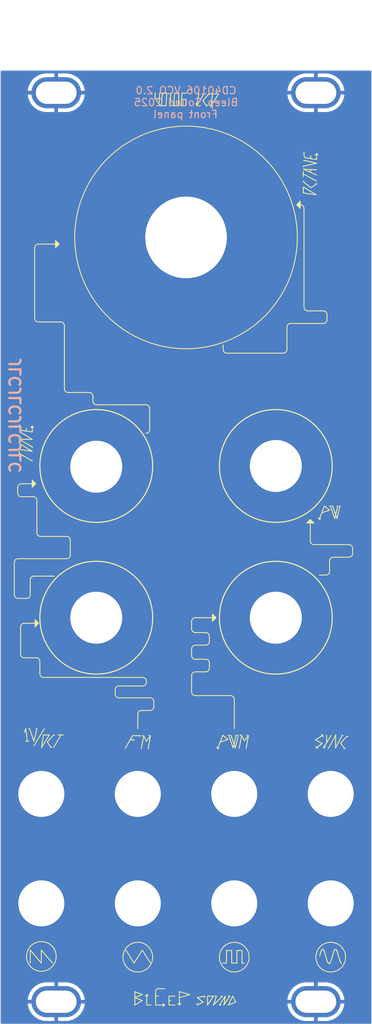
<source format=kicad_pcb>
(kicad_pcb (version 20241229) (generator "pcbnew") (generator_version "9.0")
  (layers (0 "F.Cu" signal) (2 "B.Cu" signal) (13 "F.Paste" user) (15 "B.Paste" user) (5 "F.SilkS" user "F.Silkscreen") (7 "B.SilkS" user "B.Silkscreen") (1 "F.Mask" user) (3 "B.Mask" user) (25 "Edge.Cuts" user))
  (net 0 "")
  (net 1 "GND")
  (footprint "Kicad-perso:Doepfer Mounting hole" (layer "F.Cu") (at 184.5 30.5)
    (property "Reference" "H3" (hide yes))
    (property "Value" "MountingHole_Pad")
    (pad "1" thru_hole oval (at 0 0) (size 6.7 4.2) (drill oval 5.5 3) (layers "*.Cu" "*.Mask") (net 1 "GND"))
  )
  (footprint "Kicad-perso:Doepfer Mounting hole" (layer "F.Cu") (at 219.5 30.5)
    (property "Reference" "H4" (hide yes))
    (property "Value" "MountingHole_Pad")
    (pad "1" thru_hole oval (at 0 0) (size 6.7 4.2) (drill oval 5.5 3) (layers "*.Cu" "*.Mask") (net 1 "GND"))
  )
  (footprint "Kicad-perso:Doepfer Mounting hole" (layer "F.Cu") (at 219.5 153)
    (property "Reference" "H5" (hide yes))
    (property "Value" "MountingHole_Pad")
    (pad "1" thru_hole oval (at 0 0) (size 6.7 4.2) (drill oval 5.5 3) (layers "*.Cu" "*.Mask") (net 1 "GND"))
  )
  (footprint "Kicad-perso:Doepfer Mounting hole" (layer "F.Cu") (at 184.5 153)
    (property "Reference" "H6" (hide yes))
    (property "Value" "MountingHole_Pad")
    (pad "1" thru_hole oval (at 0 0) (size 6.7 4.2) (drill oval 5.5 3) (layers "*.Cu" "*.Mask") (net 1 "GND"))
  )
  (footprint "LOGO" (layer "F.Cu") (at 221.5 147)
    (property "Reference" "G***" (hide yes))
    (property "Value" "LOGO" (hide yes))
  )
  (gr_line (start 196.100001 152.05) (end 195.100001 151.65) (stroke (width 0.12)) (layer "F.SilkS"))
  (gr_line (start 200.900001 153.25) (end 201.100001 153.45) (stroke (width 0.12)) (layer "F.SilkS"))
  (gr_line (start 205.700001 152.25) (end 204.900001 152.25) (stroke (width 0.12)) (layer "F.SilkS"))
  (gr_line (start 208.300001 152.25) (end 208.700001 153.05) (stroke (width 0.12)) (layer "F.SilkS"))
  (gr_arc (start 223.95 91.4) (mid 224.303531 91.546469) (end 224.45 91.9) (stroke (width 0.12)) (layer "F.SilkS"))
  (gr_arc (start 221.35 93.6) (mid 221.496469 93.246469) (end 221.85 93.1) (stroke (width 0.12)) (layer "F.SilkS"))
  (gr_line (start 208.15 147.8) (end 208.85 147.8) (stroke (width 0.12)) (layer "F.SilkS"))
  (gr_line (start 199.4 30.55) (end 199.3 32.25) (stroke (width 0.12)) (layer "F.SilkS"))
  (gr_line (start 184.15 117.05) (end 183.3 118) (stroke (width 0.12)) (layer "F.SilkS"))
  (gr_line (start 205.075 30.65) (end 204.275 31.55) (stroke (width 0.12)) (layer "F.SilkS"))
  (gr_arc (start 181.796469 106.65) (mid 182.149999 106.79647) (end 182.296469 107.15) (stroke (width 0.12)) (layer "F.SilkS"))
  (gr_line (start 199.85 32.25) (end 199.95 30.55) (stroke (width 0.12)) (layer "F.SilkS"))
  (gr_line (start 183.8 118.75) (end 183.9 118.65) (stroke (width 0.12)) (layer "F.SilkS"))
  (gr_line (start 197.8 31.3) (end 198.4 31.3) (stroke (width 0.12)) (layer "F.SilkS"))
  (gr_line (start 217.8 41.799998) (end 217.8 41.1) (stroke (width 0.12)) (layer "F.SilkS"))
  (gr_line (start 217.8 44) (end 217.8 43.199999) (stroke (width 0.12)) (layer "F.SilkS"))
  (gr_line (start 205.075 30.65) (end 205.175 30.75) (stroke (width 0.12)) (layer "F.SilkS"))
  (gr_line (start 197.15 113.75) (end 196 113.75) (stroke (width 0.12)) (layer "F.SilkS"))
  (gr_arc (start 221.35 95) (mid 221.203531 95.353531) (end 220.85 95.5) (stroke (width 0.12)) (layer "F.SilkS"))
  (gr_line (start 201.100001 153.45) (end 201.100001 153.25) (stroke (width 0.12)) (layer "F.SilkS"))
  (gr_line (start 207 64.5) (end 207 65.1) (stroke (width 0.12)) (layer "F.SilkS"))
  (gr_arc (start 203.25 111.75) (mid 202.896469 111.603531) (end 202.75 111.25) (stroke (width 0.12)) (layer "F.SilkS"))
  (gr_line (start 202.500001 152.05) (end 201.100001 152.45) (stroke (width 0.12)) (layer "F.SilkS"))
  (gr_line (start 209.5 117.15) (end 209.3 117.05) (stroke (width 0.12)) (layer "F.SilkS"))
  (gr_line (start 218.8 40.9) (end 218.8 41.199999) (stroke (width 0.12)) (layer "F.SilkS"))
  (gr_line (start 219.55 44.25) (end 217.8 44) (stroke (width 0.12)) (layer "F.SilkS"))
  (gr_line (start 205.15 104.45) (end 205.15 103.75) (stroke (width 0.12)) (layer "F.SilkS"))
  (gr_arc (start 220.5 59.9) (mid 220.853524 60.046476) (end 221 60.4) (stroke (width 0.12)) (layer "F.SilkS"))
  (gr_line (start 182.4 90.3) (end 185.894704 90.296469) (stroke (width 0.12)) (layer "F.SilkS"))
  (gr_line (start 182.5 146.05) (end 184 147.8) (stroke (width 0.12)) (layer "F.SilkS"))
  (gr_line (start 178.85 93.8) (end 178.851765 98.15) (stroke (width 0.12)) (layer "F.SilkS"))
  (gr_line (start 209.5 117.15) (end 209.15 118.85) (stroke (width 0.12)) (layer "F.SilkS"))
  (gr_line (start 207.65 117.65) (end 206.65 118) (stroke (width 0.12)) (layer "F.SilkS"))
  (gr_line (start 185.103553 61.4) (end 182.103553 61.4) (stroke (width 0.12)) (layer "F.SilkS"))
  (gr_poly (pts (xy 216.9 45.6) (xy 217.4 45.1) (xy 217.4 46.1)) (stroke (width 0.1)) (fill yes) (layer "F.SilkS"))
  (gr_line (start 222.05 87.9) (end 222.45 86.2) (stroke (width 0.12)) (layer "F.SilkS"))
  (gr_line (start 220.55 118.8) (end 220.55 118.6) (stroke (width 0.12)) (layer "F.SilkS"))
  (gr_arc (start 202.75 101.75) (mid 202.896423 101.396423) (end 203.25 101.25) (stroke (width 0.12)) (layer "F.SilkS"))
  (gr_line (start 184.403553 50.9) (end 182.103553 50.9) (stroke (width 0.12)) (layer "F.SilkS"))
  (gr_line (start 179.7 102.503531) (end 179.701765 106.144703) (stroke (width 0.12)) (layer "F.SilkS"))
  (gr_line (start 215.6 62.1) (end 215.6 65.1) (stroke (width 0.12)) (layer "F.SilkS"))
  (gr_arc (start 197.65 113.25) (mid 197.503531 113.603531) (end 197.15 113.75) (stroke (width 0.12)) (layer "F.SilkS"))
  (gr_line (start 207.300001 152.25) (end 206.500001 153.45) (stroke (width 0.12)) (layer "F.SilkS"))
  (gr_line (start 198.300001 151.25) (end 199.100001 151.25) (stroke (width 0.12)) (layer "F.SilkS"))
  (gr_line (start 204.775 32.3) (end 204.875 32.15) (stroke (width 0.12)) (layer "F.SilkS"))
  (gr_line (start 209.55 146.1) (end 209.55 147.8) (stroke (width 0.12)) (layer "F.SilkS"))
  (gr_line (start 181.255297 83.196469) (end 179.805297 83.2) (stroke (width 0.12)) (layer "F.SilkS"))
  (gr_line (start 186.103553 70.9) (end 188.95 70.9) (stroke (width 0.12)) (layer "F.SilkS"))
  (gr_line (start 202.753531 105.453531) (end 202.748234 106.348234) (stroke (width 0.12)) (layer "F.SilkS"))
  (gr_line (start 186.394704 90.796469) (end 186.396469 92.796469) (stroke (width 0.12)) (layer "F.SilkS"))
  (gr_line (start 203.425 32.3) (end 204.425 30.6) (stroke (width 0.12)) (layer "F.SilkS"))
  (gr_line (start 184.75 117.05) (end 185.45 117.05) (stroke (width 0.12)) (layer "F.SilkS"))
  (gr_line (start 207.900001 152.25) (end 207.700001 152.25) (stroke (width 0.12)) (layer "F.SilkS"))
  (gr_line (start 220.65 86.2) (end 219.95 88) (stroke (width 0.12)) (layer "F.SilkS"))
  (gr_line (start 181.5 118.5) (end 182.9 116.2) (stroke (width 0.12)) (layer "F.SilkS"))
  (gr_line (start 218.75 90.9) (end 218.75 88.45) (stroke (width 0.12)) (layer "F.SilkS"))
  (gr_arc (start 189.95 72.55) (mid 189.596469 72.403531) (end 189.45 72.05) (stroke (width 0.12)) (layer "F.SilkS"))
  (gr_line (start 192.95 110.45) (end 196.146469 110.453531) (stroke (width 0.12)) (layer "F.SilkS"))
  (gr_line (start 223.15 117.1) (end 223.05 117.1) (stroke (width 0.12)) (layer "F.SilkS"))
  (gr_line (start 179.525 77.2) (end 181.275 78.25) (stroke (width 0.12)) (layer "F.SilkS"))
  (gr_arc (start 195.5 114.25) (mid 195.646423 113.896423) (end 196 113.75) (stroke (width 0.12)) (layer "F.SilkS"))
  (gr_line (start 207.100001 153.45) (end 207.900001 152.25) (stroke (width 0.12)) (layer "F.SilkS"))
  (gr_line (start 196.700001 153.45) (end 197.300001 153.45) (stroke (width 0.12)) (layer "F.SilkS"))
  (gr_line (start 217.8 42.5) (end 218.85 43.3) (stroke (width 0.12)) (layer "F.SilkS"))
  (gr_line (start 221.45 86.2) (end 221.35 86.2) (stroke (width 0.12)) (layer "F.SilkS"))
  (gr_line (start 222.85 118.15) (end 223.35 118.9) (stroke (width 0.12)) (layer "F.SilkS"))
  (gr_arc (start 224.45 92.6) (mid 224.303531 92.953531) (end 223.95 93.1) (stroke (width 0.12)) (layer "F.SilkS"))
  (gr_line (start 208.15 146.1) (end 208.15 147.8) (stroke (width 0.12)) (layer "F.SilkS"))
  (gr_line (start 181.898235 85.45) (end 181.9 89.8) (stroke (width 0.12)) (layer "F.SilkS"))
  (gr_line (start 203.25 103.25) (end 204.65 103.25) (stroke (width 0.12)) (layer "F.SilkS"))
  (gr_circle (center 189.9 80.8) (end 197.5 80.8) (stroke (width 0.15)) (fill no) (layer "F.SilkS"))
  (gr_line (start 219.45 117.7) (end 220.35 118.2) (stroke (width 0.12)) (layer "F.SilkS"))
  (gr_line (start 219.6 42.799999) (end 219.5 42.699999) (stroke (width 0.12)) (layer "F.SilkS"))
  (gr_circle (center 195.5 147) (end 197.5 147) (stroke (width 0.12)) (fill no) (layer "F.SilkS"))
  (gr_line (start 199.700001 152.25) (end 200.500001 152.25) (stroke (width 0.12)) (layer "F.SilkS"))
  (gr_line (start 220.45 117.1) (end 220.25 117) (stroke (width 0.12)) (layer "F.SilkS"))
  (gr_arc (start 179.305297 83.7) (mid 179.451756 83.346457) (end 179.805297 83.2) (stroke (width 0.12)) (layer "F.SilkS"))
  (gr_arc (start 181.398235 84.95) (mid 181.751779 85.096465) (end 181.898235 85.45) (stroke (width 0.12)) (layer "F.SilkS"))
  (gr_line (start 207.45 146.1) (end 208.15 146.1) (stroke (width 0.12)) (layer "F.SilkS"))
  (gr_line (start 208.300001 152.25) (end 207.700001 153.45) (stroke (width 0.12)) (layer "F.SilkS"))
  (gr_line (start 207.75 117.1) (end 208.35 118.8) (stroke (width 0.12)) (layer "F.SilkS"))
  (gr_line (start 220.55 118.8) (end 220.75 118.7) (stroke (width 0.12)) (layer "F.SilkS"))
  (gr_line (start 207.45 147.8) (end 207.45 146.1) (stroke (width 0.12)) (layer "F.SilkS"))
  (gr_poly (pts (xy 206.05 101.25) (xy 205.55 101.75) (xy 205.55 100.75)) (stroke (width 0.1)) (fill yes) (layer "F.SilkS"))
  (gr_line (start 219.95 88) (end 219.85 87.8) (stroke (width 0.12)) (layer "F.SilkS"))
  (gr_line (start 219.599999 38.699999) (end 219.4 38.899999) (stroke (width 0.12)) (layer "F.SilkS"))
  (gr_line (start 209.55 147.8) (end 209.85 147.8) (stroke (width 0.12)) (layer "F.SilkS"))
  (gr_arc (start 215.6 65.1) (mid 215.45355 65.45355) (end 215.1 65.6) (stroke (width 0.12)) (layer "F.SilkS"))
  (gr_line (start 220.65 86.2) (end 221.35 86.75) (stroke (width 0.12)) (layer "F.SilkS"))
  (gr_line (start 206.375 30.65) (end 205.325 32.4) (stroke (width 0.12)) (layer "F.SilkS"))
  (gr_line (start 202.75 101.75) (end 202.747351 102.747351) (stroke (width 0.12)) (layer "F.SilkS"))
  (gr_line (start 182.8 109.296469) (end 196.146469 109.3) (stroke (width 0.12)) (layer "F.SilkS"))
  (gr_line (start 183.3 118) (end 183.8 118.75) (stroke (width 0.12)) (layer "F.SilkS"))
  (gr_line (start 208.85 146.1) (end 209.55 146.1) (stroke (width 0.12)) (layer "F.SilkS"))
  (gr_line (start 199.3 32.25) (end 198.7 32.25) (stroke (width 0.12)) (layer "F.SilkS"))
  (gr_arc (start 221 61.1) (mid 220.853524 61.453524) (end 220.5 61.6) (stroke (width 0.12)) (layer "F.SilkS"))
  (gr_arc (start 205.15 108.05) (mid 205.003531 108.403531) (end 204.65 108.55) (stroke (width 0.12)) (layer "F.SilkS"))
  (gr_line (start 222.175 117.05) (end 221.25 118.8) (stroke (width 0.12)) (layer "F.SilkS"))
  (gr_arc (start 185.894704 90.296469) (mid 186.248235 90.442938) (end 186.394704 90.796469) (stroke (width 0.12)) (layer "F.SilkS"))
  (gr_arc (start 203.25 103.25) (mid 202.896469 103.103531) (end 202.75 102.75) (stroke (width 0.12)) (layer "F.SilkS"))
  (gr_line (start 180.4 116.2) (end 180.2 116.7) (stroke (width 0.12)) (layer "F.SilkS"))
  (gr_line (start 196.700001 152.05) (end 196.700001 153.45) (stroke (width 0.12)) (layer "F.SilkS"))
  (gr_line (start 185.15 117.05) (end 184.15 118.75) (stroke (width 0.12)) (layer "F.SilkS"))
  (gr_line (start 198.4 31.3) (end 198.35 32.25) (stroke (width 0.12)) (layer "F.SilkS"))
  (gr_line (start 207.5 65.6) (end 215.1 65.6) (stroke (width 0.12)) (layer "F.SilkS"))
  (gr_line (start 219.599999 38.699999) (end 219.799998 38.9) (stroke (width 0.12)) (layer "F.SilkS"))
  (gr_line (start 222.55 93.1) (end 221.85 93.1) (stroke (width 0.12)) (layer "F.SilkS"))
  (gr_arc (start 181.001765 98.15) (mid 180.855296 98.503531) (end 180.501765 98.65) (stroke (width 0.12)) (layer "F.SilkS"))
  (gr_arc (start 207.5 65.6) (mid 207.14645 65.45355) (end 207 65.1) (stroke (width 0.12)) (layer "F.SilkS"))
  (gr_line (start 205.325 32.4) (end 205.575 30.65) (stroke (width 0.12)) (layer "F.SilkS"))
  (gr_line (start 218.8 39.299999) (end 218.8 38.999999) (stroke (width 0.12)) (layer "F.SilkS"))
  (gr_line (start 203.25 106.85) (end 204.65 106.85) (stroke (width 0.12)) (layer "F.SilkS"))
  (gr_line (start 180.2 106.65) (end 181.796469 106.65) (stroke (width 0.12)) (layer "F.SilkS"))
  (gr_line (start 217.8 40.399999) (end 219.6 39.999999) (stroke (width 0.12)) (layer "F.SilkS"))
  (gr_line (start 200.95 32.25) (end 200.35 32.25) (stroke (width 0.12)) (layer "F.SilkS"))
  (gr_line (start 202 31.4) (end 201.95 32.25) (stroke (width 0.12)) (layer "F.SilkS"))
  (gr_arc (start 179.351765 98.65) (mid 178.998234 98.503531) (end 178.851765 98.15) (stroke (width 0.12)) (layer "F.SilkS"))
  (gr_line (start 197.900001 151.65) (end 197.900001 153.45) (stroke (width 0.12)) (layer "F.SilkS"))
  (gr_arc (start 197.1 75.9) (mid 196.953553 76.253553) (end 196.6 76.4) (stroke (width 0.12)) (layer "F.SilkS"))
  (gr_line (start 181.275 76.225) (end 181.275 75.525) (stroke (width 0.12)) (layer "F.SilkS"))
  (gr_line (start 180.9 116.2) (end 180.8 116.2) (stroke (width 0.12)) (layer "F.SilkS"))
  (gr_line (start 207.45 147.8) (end 206.95 147.8) (stroke (width 0.12)) (layer "F.SilkS"))
  (gr_arc (start 204.65 106.85) (mid 205.003531 106.996469) (end 205.15 107.35) (stroke (width 0.12)) (layer "F.SilkS"))
  (gr_arc (start 179.805297 84.946469) (mid 179.451766 84.8) (end 179.305297 84.446469) (stroke (width 0.12)) (layer "F.SilkS"))
  (gr_line (start 197.2 117.2) (end 196.65 117.9) (stroke (width 0.12)) (layer "F.SilkS"))
  (gr_line (start 205.700001 153.45) (end 206.900001 152.25) (stroke (width 0.12)) (layer "F.SilkS"))
  (gr_line (start 196.65 117.9) (end 196.3 117.2) (stroke (width 0.12)) (layer "F.SilkS"))
  (gr_line (start 217.8 42.5) (end 217.9 42.399999) (stroke (width 0.12)) (layer "F.SilkS"))
  (gr_line (start 203.500001 152.45) (end 204.300001 153.05) (stroke (width 0.12)) (layer "F.SilkS"))
  (gr_line (start 182.525 118.75) (end 182.775 117.05) (stroke (width 0.12)) (layer "F.SilkS"))
  (gr_line (start 180.4 117.9) (end 180.8 117.9) (stroke (width 0.12)) (layer "F.SilkS"))
  (gr_line (start 181 96.15) (end 181.001765 98.15) (stroke (width 0.12)) (layer "F.SilkS"))
  (gr_line (start 209.85 117.85) (end 209.5 117.15) (stroke (width 0.12)) (layer "F.SilkS"))
  (gr_line (start 224.45 92.6) (end 224.45 91.9) (stroke (width 0.12)) (layer "F.SilkS"))
  (gr_line (start 208.65 118.8) (end 209.05 117.1) (stroke (width 0.12)) (layer "F.SilkS"))
  (gr_line (start 206.500001 153.45) (end 206.700001 153.45) (stroke (width 0.12)) (layer "F.SilkS"))
  (gr_line (start 223.35 118.9) (end 223.45 118.8) (stroke (width 0.12)) (layer "F.SilkS"))
  (gr_arc (start 188.95 70.9) (mid 189.303553 71.046447) (end 189.45 71.4) (stroke (width 0.12)) (layer "F.SilkS"))
  (gr_line (start 179.575 76.175) (end 181.275 77.225) (stroke (width 0.12)) (layer "F.SilkS"))
  (gr_line (start 217.9 59.4) (end 217.9 46.1) (stroke (width 0.12)) (layer "F.SilkS"))
  (gr_arc (start 196.146469 109.3) (mid 196.499999 109.44647) (end 196.646469 109.8) (stroke (width 0.12)) (layer "F.SilkS"))
  (gr_line (start 206.900001 152.25) (end 206.700001 152.25) (stroke (width 0.12)) (layer "F.SilkS"))
  (gr_line (start 221.75 86.2) (end 222.35 87.9) (stroke (width 0.12)) (layer "F.SilkS"))
  (gr_arc (start 182.4 90.3) (mid 182.046469 90.153531) (end 181.9 89.8) (stroke (width 0.12)) (layer "F.SilkS"))
  (gr_line (start 201.100001 153.45) (end 201.300001 153.25) (stroke (width 0.12)) (layer "F.SilkS"))
  (gr_line (start 203.25 108.55) (end 204.65 108.55) (stroke (width 0.12)) (layer "F.SilkS"))
  (gr_line (start 201.95 32.25) (end 201.35 32.25) (stroke (width 0.12)) (layer "F.SilkS"))
  (gr_line (start 181.9 116.2) (end 181.8 116.2) (stroke (width 0.12)) (layer "F.SilkS"))
  (gr_line (start 196.3 117.2) (end 195.95 118.9) (stroke (width 0.12)) (layer "F.SilkS"))
  (gr_line (start 200.45 30.55) (end 201.05 30.55) (stroke (width 0.12)) (layer "F.SilkS"))
  (gr_line (start 223.7 117.2) (end 223.8 117.3) (stroke (width 0.12)) (layer "F.SilkS"))
  (gr_line (start 201.05 30.55) (end 200.95 32.25) (stroke (width 0.12)) (layer "F.SilkS"))
  (gr_line (start 182.296469 107.15) (end 182.3 108.796469) (stroke (width 0.12)) (layer "F.SilkS"))
  (gr_line (start 184.15 117.05) (end 184.25 117.15) (stroke (width 0.12)) (layer "F.SilkS"))
  (gr_line (start 222.75 86.2) (end 222.65 86.2) (stroke (width 0.12)) (layer "F.SilkS"))
  (gr_line (start 195.5 114.25) (end 195.5 116.2) (stroke (width 0.12)) (layer "F.SilkS"))
  (gr_line (start 189.45 71.4) (end 189.45 72.05) (stroke (width 0.12)) (layer "F.SilkS"))
  (gr_line (start 181.275 75.425) (end 181.475 75.625) (stroke (width 0.12)) (layer "F.SilkS"))
  (gr_line (start 179.575 76.175) (end 179.575 76.275) (stroke (width 0.12)) (layer "F.SilkS"))
  (gr_line (start 196.700001 152.05) (end 196.900001 152.25) (stroke (width 0.12)) (layer "F.SilkS"))
  (gr_line (start 195.100001 151.65) (end 195.100001 153.45) (stroke (width 0.12)) (layer "F.SilkS"))
  (gr_line (start 183.575 117.05) (end 182.525 118.75) (stroke (width 0.12)) (layer "F.SilkS"))
  (gr_line (start 195.100001 153.45) (end 196.100001 152.85) (stroke (width 0.12)) (layer "F.SilkS"))
  (gr_arc (start 202.753531 105.453531) (mid 202.9 105.1) (end 203.253531 104.953531) (stroke (width 0.12)) (layer "F.SilkS"))
  (gr_arc (start 182.103553 61.4) (mid 181.750029 61.253537) (end 181.603553 60.9) (stroke (width 0.12)) (layer "F.SilkS"))
  (gr_arc (start 179.975 76.025) (mid 179.692157 75.907843) (end 179.575 75.625) (stroke (width 0.12)) (layer "F.SilkS"))
  (gr_line (start 218.4 59.9) (end 220.5 59.9) (stroke (width 0.12)) (layer "F.SilkS"))
  (gr_arc (start 185.103553 61.4) (mid 185.457136 61.54643) (end 185.603553 61.9) (stroke (width 0.12)) (layer "F.SilkS"))
  (gr_arc (start 181.603553 51.4) (mid 181.749997 51.04643) (end 182.103553 50.9) (stroke (width 0.12)) (layer "F.SilkS"))
  (gr_line (start 208.85 147.8) (end 208.85 146.1) (stroke (width 0.12)) (layer "F.SilkS"))
  (gr_line (start 193.9 146.05) (end 195 147.8) (stroke (width 0.12)) (layer "F.SilkS"))
  (gr_line (start 222.45 86.2) (end 222.35 86.2) (stroke (width 0.12)) (layer "F.SilkS"))
  (gr_line (start 181.275 78.25) (end 181.275 78.35) (stroke (width 0.12)) (layer "F.SilkS"))
  (gr_line (start 208.05 117.1) (end 208.65 118.8) (stroke (width 0.12)) (layer "F.SilkS"))
  (gr_arc (start 202.753531 109.053531) (mid 202.9 108.7) (end 203.253531 108.553531) (stroke (width 0.12)) (layer "F.SilkS"))
  (gr_line (start 219.55 118.8) (end 219.75 118.8) (stroke (width 0.12)) (layer "F.SilkS"))
  (gr_line (start 196.3 117.2) (end 196.1 117.1) (stroke (width 0.12)) (layer "F.SilkS"))
  (gr_arc (start 203.25 106.85) (mid 202.896469 106.703531) (end 202.75 106.35) (stroke (width 0.12)) (layer "F.SilkS"))
  (gr_line (start 217.8 40.399999) (end 217.8 40.5) (stroke (width 0.12)) (layer "F.SilkS"))
  (gr_line (start 197.85 30.5) (end 197.8 31.3) (stroke (width 0.12)) (layer "F.SilkS"))
  (gr_line (start 207.75 117.1) (end 207.65 117.1) (stroke (width 0.12)) (layer "F.SilkS"))
  (gr_arc (start 197.900001 151.65) (mid 198.017158 151.367158) (end 198.300001 151.25) (stroke (width 0.12)) (layer "F.SilkS"))
  (gr_line (start 217.8 40.8) (end 219.599999 40.899999) (stroke (width 0.12)) (layer "F.SilkS"))
  (gr_line (start 210.4 117.15) (end 210.1 118.85) (stroke (width 0.12)) (layer "F.SilkS"))
  (gr_arc (start 205.15 104.45) (mid 205.00353 104.80353) (end 204.65 104.95) (stroke (width 0.12)) (layer "F.SilkS"))
  (gr_line (start 198.7 32.25) (end 198.8 30.55) (stroke (width 0.12)) (layer "F.SilkS"))
  (gr_line (start 199.700001 153.45) (end 200.500001 153.45) (stroke (width 0.12)) (layer "F.SilkS"))
  (gr_line (start 196.1 146.05) (end 197.2 147.8) (stroke (width 0.12)) (layer "F.SilkS"))
  (gr_line (start 200.35 32.25) (end 200.45 30.55) (stroke (width 0.12)) (layer "F.SilkS"))
  (gr_line (start 203.500001 153.45) (end 203.500001 153.25) (stroke (width 0.12)) (layer "F.SilkS"))
  (gr_circle (center 214.1 101.25) (end 221.7 101.25) (stroke (width 0.15)) (fill no) (layer "F.SilkS"))
  (gr_line (start 179.801766 84.95) (end 181.398235 84.95) (stroke (width 0.12)) (layer "F.SilkS"))
  (gr_line (start 181.275 75.425) (end 181.075 75.625) (stroke (width 0.12)) (layer "F.SilkS"))
  (gr_line (start 221 61.1) (end 221 60.4) (stroke (width 0.12)) (layer "F.SilkS"))
  (gr_line (start 217.9 39.599999) (end 217.9 39.7) (stroke (width 0.12)) (layer "F.SilkS"))
  (gr_line (start 220.95 118.1) (end 220.95 117.1) (stroke (width 0.12)) (layer "F.SilkS"))
  (gr_line (start 206.100001 152.25) (end 205.900001 152.25) (stroke (width 0.12)) (layer "F.SilkS"))
  (gr_line (start 204.275 31.55) (end 204.775 32.3) (stroke (width 0.12)) (layer "F.SilkS"))
  (gr_line (start 199.700001 152.25) (end 199.700001 153.45) (stroke (width 0.12)) (layer "F.SilkS"))
  (gr_line (start 194.9 117.8) (end 195 117.7) (stroke (width 0.12)) (layer "F.SilkS"))
  (gr_line (start 197.900001 153.45) (end 199.100001 153.45) (stroke (width 0.12)) (layer "F.SilkS"))
  (gr_line (start 181.65 102) (end 180.2 102.003531) (stroke (width 0.12)) (layer "F.SilkS"))
  (gr_line (start 198.8 30.55) (end 199.4 30.55) (stroke (width 0.12)) (layer "F.SilkS"))
  (gr_line (start 192.45 110.95) (end 192.451765 111.544703) (stroke (width 0.12)) (layer "F.SilkS"))
  (gr_arc (start 196.6 72.55) (mid 196.953553 72.696447) (end 197.1 73.05) (stroke (width 0.12)) (layer "F.SilkS"))
  (gr_line (start 204.300001 153.05) (end 203.500001 153.45) (stroke (width 0.12)) (layer "F.SilkS"))
  (gr_line (start 196.700001 152.05) (end 196.500001 152.25) (stroke (width 0.12)) (layer "F.SilkS"))
  (gr_line (start 196.1 146.05) (end 195 147.8) (stroke (width 0.12)) (layer "F.SilkS"))
  (gr_line (start 221.45 86.2) (end 222.05 87.9) (stroke (width 0.12)) (layer "F.SilkS"))
  (gr_circle (center 214.1 80.8) (end 221.7 80.8) (stroke (width 0.15)) (fill no) (layer "F.SilkS"))
  (gr_line (start 217.8 40.8) (end 219.6 41.599999) (stroke (width 0.12)) (layer "F.SilkS"))
  (gr_arc (start 181 96.15) (mid 181.146469 95.796469) (end 181.5 95.65) (stroke (width 0.12)) (layer "F.SilkS"))
  (gr_line (start 201.100001 151.65) (end 201.100001 153.45) (stroke (width 0.12)) (layer "F.SilkS"))
  (gr_line (start 180.6 117.9) (end 180.4 116.2) (stroke (width 0.12)) (layer "F.SilkS"))
  (gr_line (start 218.3 39.300001) (end 219.6 39.5) (stroke (width 0.12)) (layer "F.SilkS"))
  (gr_arc (start 180.203531 106.646469) (mid 179.85 106.5) (end 179.703531 106.146469) (stroke (width 0.12)) (layer "F.SilkS"))
  (gr_line (start 206.95 117.1) (end 207.65 117.65) (stroke (width 0.12)) (layer "F.SilkS"))
  (gr_line (start 219.25 91.4) (end 223.95 91.4) (stroke (width 0.12)) (layer "F.SilkS"))
  (gr_line (start 199.700001 152.85) (end 199.900001 152.85) (stroke (width 0.12)) (layer "F.SilkS"))
  (gr_line (start 204.900001 152.25) (end 204.900001 153.45) (stroke (width 0.12)) (layer "F.SilkS"))
  (gr_line (start 205.575 30.65) (end 206.375 30.65) (stroke (width 0.12)) (layer "F.SilkS"))
  (gr_line (start 184.25 95.65) (end 181.5 95.65) (stroke (width 0.12)) (layer "F.SilkS"))
  (gr_arc (start 186.396469 92.796469) (mid 186.25 93.15) (end 185.896469 93.296469) (stroke (width 0.12)) (layer "F.SilkS"))
  (gr_line (start 196.646469 109.953531) (end 196.646469 109.8) (stroke (width 0.12)) (layer "F.SilkS"))
  (gr_line (start 179.525 77.2) (end 181.275 77.225) (stroke (width 0.12)) (layer "F.SilkS"))
  (gr_line (start 202 31.4) (end 201.4 31.4) (stroke (width 0.12)) (layer "F.SilkS"))
  (gr_line (start 222.55 93.1) (end 223.95 93.1) (stroke (width 0.12)) (layer "F.SilkS"))
  (gr_line (start 179.525 79.125) (end 181.275 80.125) (stroke (width 0.12)) (layer "F.SilkS"))
  (gr_line (start 181 146.05) (end 182.5 147.8) (stroke (width 0.12)) (layer "F.SilkS"))
  (gr_line (start 217.8 43.199999) (end 219.55 44.25) (stroke (width 0.12)) (layer "F.SilkS"))
  (gr_line (start 181 147.8) (end 181 146.05) (stroke (width 0.12)) (layer "F.SilkS"))
  (gr_circle (center 182.5 146.9) (end 184.5 146.9) (stroke (width 0.12)) (fill no) (layer "F.SilkS"))
  (gr_poly (pts (xy 184.903553 50.9) (xy 184.403553 51.4) (xy 184.403553 50.4)) (stroke (width 0.1)) (fill yes) (layer "F.SilkS"))
  (gr_line (start 201.100001 151.65) (end 202.500001 152.05) (stroke (width 0.12)) (layer "F.SilkS"))
  (gr_line (start 195.75 117.25) (end 195.85 117.15) (stroke (width 0.12)) (layer "F.SilkS"))
  (gr_arc (start 192.45 110.95) (mid 192.596469 110.596469) (end 192.95 110.45) (stroke (width 0.12)) (layer "F.SilkS"))
  (gr_line (start 179.575 75.625) (end 179.575 75.225) (stroke (width 0.12)) (layer "F.SilkS"))
  (gr_line (start 208 111.75) (end 203.25 111.75) (stroke (width 0.12)) (layer "F.SilkS"))
  (gr_line (start 221.25 118.8) (end 221.15 118.8) (stroke (width 0.12)) (layer "F.SilkS"))
  (gr_arc (start 218.3 39.300001) (mid 218.017156 39.182843) (end 217.899999 38.899999) (stroke (width 0.12)) (layer "F.SilkS"))
  (gr_line (start 204.500001 152.25) (end 203.500001 152.45) (stroke (width 0.12)) (layer "F.SilkS"))
  (gr_line (start 216.1 61.6) (end 220.5 61.6) (stroke (width 0.12)) (layer "F.SilkS"))
  (gr_line (start 206.25 118.9) (end 206.15 118.7) (stroke (width 0.12)) (layer "F.SilkS"))
  (gr_circle (center 221.5 147) (end 223.5 147) (stroke (width 0.12)) (fill no) (layer "F.SilkS"))
  (gr_line (start 204.500001 152.25) (end 204.500001 152.45) (stroke (width 0.12)) (layer "F.SilkS"))
  (gr_line (start 220.95 118.1) (end 220.55 118.8) (stroke (width 0.12)) (layer "F.SilkS"))
  (gr_line (start 180.475 76.025) (end 180.475 75.725) (stroke (width 0.12)) (layer "F.SilkS"))
  (gr_arc (start 192.953531 112.046469) (mid 192.6 111.9) (end 192.453531 111.546469) (stroke (width 0.12)) (layer "F.SilkS"))
  (gr_line (start 210.4 117.15) (end 210.2 117.05) (stroke (width 0.12)) (layer "F.SilkS"))
  (gr_line (start 192.95 112.05) (end 197.15 112.05) (stroke (width 0.12)) (layer "F.SilkS"))
  (gr_line (start 203.725 30.6) (end 203.425 32.3) (stroke (width 0.12)) (layer "F.SilkS"))
  (gr_line (start 198.4 31.3) (end 198.45 30.5) (stroke (width 0.12)) (layer "F.SilkS"))
  (gr_arc (start 208 111.75) (mid 208.353577 111.896423) (end 208.5 112.25) (stroke (width 0.12)) (layer "F.SilkS"))
  (gr_line (start 217.8 41.449999) (end 219.6 42.4) (stroke (width 0.12)) (layer "F.SilkS"))
  (gr_line (start 194.8 117.15) (end 195.85 117.15) (stroke (width 0.12)) (layer "F.SilkS"))
  (gr_line (start 197.65 113.25) (end 197.65 112.55) (stroke (width 0.12)) (layer "F.SilkS"))
  (gr_line (start 223.05 117.1) (end 222.15 118.8) (stroke (width 0.12)) (layer "F.SilkS"))
  (gr_arc (start 178.85 93.8) (mid 178.996469 93.446469) (end 179.35 93.3) (stroke (width 0.12)) (layer "F.SilkS"))
  (gr_circle (center 189.9 101.25) (end 197.5 101.25) (stroke (width 0.15)) (fill no) (layer "F.SilkS"))
  (gr_arc (start 219.25 91.4) (mid 218.896469 91.253531) (end 218.75 90.9) (stroke (width 0.12)) (layer "F.SilkS"))
  (gr_line (start 221.35 95) (end 221.35 93.6) (stroke (width 0.12)) (layer "F.SilkS"))
  (gr_line (start 197.1 73.05) (end 197.1 75.9) (stroke (width 0.12)) (layer "F.SilkS"))
  (gr_line (start 181.603553 51.4) (end 181.603553 60.9) (stroke (width 0.12)) (layer "F.SilkS"))
  (gr_line (start 180.9 116.2) (end 181.5 117.9) (stroke (width 0.12)) (layer "F.SilkS"))
  (gr_arc (start 204.65 103.25) (mid 205.00353 103.39647) (end 205.15 103.75) (stroke (width 0.12)) (layer "F.SilkS"))
  (gr_line (start 180.501765 98.65) (end 179.351765 98.65) (stroke (width 0.12)) (layer "F.SilkS"))
  (gr_line (start 194.475 117.7) (end 195 117.7) (stroke (width 0.12)) (layer "F.SilkS"))
  (gr_line (start 208.35 118.8) (end 208.75 117.1) (stroke (width 0.12)) (layer "F.SilkS"))
  (gr_line (start 218.85 43.3) (end 219.6 42.799999) (stroke (width 0.12)) (layer "F.SilkS"))
  (gr_line (start 220.15 87.9) (end 219.95 88) (stroke (width 0.12)) (layer "F.SilkS"))
  (gr_poly (pts (xy 182.15 102) (xy 181.65 102.5) (xy 181.65 101.5)) (stroke (width 0.1)) (fill yes) (layer "F.SilkS"))
  (gr_line (start 208.5 112.25) (end 208.5 116.2) (stroke (width 0.12)) (layer "F.SilkS"))
  (gr_line (start 222.35 87.9) (end 222.75 86.2) (stroke (width 0.12)) (layer "F.SilkS"))
  (gr_line (start 179.975 76.025) (end 181.275 76.225) (stroke (width 0.12)) (layer "F.SilkS"))
  (gr_line (start 197.2 117.2) (end 196.9 118.9) (stroke (width 0.12)) (layer "F.SilkS"))
  (gr_line (start 220.95 118.1) (end 221.55 117.1) (stroke (width 0.12)) (layer "F.SilkS"))
  (gr_arc (start 197.15 112.05) (mid 197.50353 112.19647) (end 197.65 112.55) (stroke (width 0.12)) (layer "F.SilkS"))
  (gr_line (start 206.100001 152.25) (end 205.700001 153.45) (stroke (width 0.12)) (layer "F.SilkS"))
  (gr_line (start 206.45 118.8) (end 206.25 118.9) (stroke (width 0.12)) (layer "F.SilkS"))
  (gr_line (start 179.525 79.525) (end 179.525 78.825) (stroke (width 0.12)) (layer "F.SilkS"))
  (gr_arc (start 182.8 109.296469) (mid 182.446469 109.15) (end 182.3 108.796469) (stroke (width 0.12)) (layer "F.SilkS"))
  (gr_line (start 182.5 147.8) (end 182.5 146.05) (stroke (width 0.12)) (layer "F.SilkS"))
  (gr_circle (center 202 50) (end 217 50) (stroke (width 0.12)) (fill no) (layer "F.SilkS"))
  (gr_line (start 199.100001 153.45) (end 198.900001 153.25) (stroke (width 0.12)) (layer "F.SilkS"))
  (gr_line (start 189.95 72.55) (end 196.6 72.55) (stroke (width 0.12)) (layer "F.SilkS"))
  (gr_arc (start 215.6 62.1) (mid 215.746447 61.746447) (end 216.1 61.6) (stroke (width 0.12)) (layer "F.SilkS"))
  (gr_line (start 196.100001 152.85) (end 195.100001 152.45) (stroke (width 0.12)) (layer "F.SilkS"))
  (gr_line (start 194.8 117.15) (end 193.8 118.85) (stroke (width 0.12)) (layer "F.SilkS"))
  (gr_line (start 181.275 78.825) (end 179.525 78.575) (stroke (width 0.12)) (layer "F.SilkS"))
  (gr_line (start 201.45 30.55) (end 202.05 30.55) (stroke (width 0.12)) (layer "F.SilkS"))
  (gr_line (start 199.100001 153.45) (end 198.900001 153.65) (stroke (width 0.12)) (layer "F.SilkS"))
  (gr_line (start 208.05 117.1) (end 207.95 117.1) (stroke (width 0.12)) (layer "F.SilkS"))
  (gr_line (start 223.7 117.2) (end 222.85 118.15) (stroke (width 0.12)) (layer "F.SilkS"))
  (gr_line (start 179.525 77.775) (end 181.275 78.825) (stroke (width 0.12)) (layer "F.SilkS"))
  (gr_poly (pts (xy 218.75 88) (xy 219.25 88.5) (xy 218.25 88.5)) (stroke (width 0.1)) (fill yes) (layer "F.SilkS"))
  (gr_line (start 221.35 86.75) (end 220.35 87.1) (stroke (width 0.12)) (layer "F.SilkS"))
  (gr_line (start 205.15 108.05) (end 205.15 107.35) (stroke (width 0.12)) (layer "F.SilkS"))
  (gr_line (start 220.45 117.1) (end 220.45 117.3) (stroke (width 0.12)) (layer "F.SilkS"))
  (gr_line (start 182.775 117.05) (end 183.575 117.05) (stroke (width 0.12)) (layer "F.SilkS"))
  (gr_arc (start 217.4 45.6) (mid 217.753553 45.746447) (end 217.9 46.1) (stroke (width 0.12)) (layer "F.SilkS"))
  (gr_line (start 206.95 117.1) (end 206.25 118.9) (stroke (width 0.12)) (layer "F.SilkS"))
  (gr_line (start 197.900001 152.25) (end 198.300001 152.25) (stroke (width 0.12)) (layer "F.SilkS"))
  (gr_line (start 207.700001 153.45) (end 208.700001 153.05) (stroke (width 0.12)) (layer "F.SilkS"))
  (gr_line (start 203.25 104.95) (end 204.65 104.95) (stroke (width 0.12)) (layer "F.SilkS"))
  (gr_line (start 219.6 39.5) (end 219.6 38.799999) (stroke (width 0.12)) (layer "F.SilkS"))
  (gr_arc (start 218.4 59.9) (mid 218.046476 59.753524) (end 217.9 59.4) (stroke (width 0.12)) (layer "F.SilkS"))
  (gr_line (start 217.899999 38.899999) (end 217.9 38.5) (stroke (width 0.12)) (layer "F.SilkS"))
  (gr_arc (start 179.7 102.503531) (mid 179.846469 102.15) (end 180.2 102.003531) (stroke (width 0.12)) (layer "F.SilkS"))
  (gr_line (start 185.603553 61.9) (end 185.603553 70.4) (stroke (width 0.12)) (layer "F.SilkS"))
  (gr_line (start 219.6 39.999999) (end 217.9 39.599999) (stroke (width 0.12)) (layer "F.SilkS"))
  (gr_line (start 219.55 118.8) (end 219.55 118.6) (stroke (width 0.12)) (layer "F.SilkS"))
  (gr_circle (center 208.5 147) (end 210.5 147) (stroke (width 0.12)) (fill no) (layer "F.SilkS"))
  (gr_line (start 207.300001 152.25) (end 207.100001 153.45) (stroke (width 0.12)) (layer "F.SilkS"))
  (gr_line (start 220.35 118.2) (end 219.55 118.8) (stroke (width 0.12)) (layer "F.SilkS"))
  (gr_line (start 201.35 32.25) (end 201.45 30.55) (stroke (width 0.12)) (layer "F.SilkS"))
  (gr_line (start 205.55 101.25) (end 203.25 101.25) (stroke (width 0.12)) (layer "F.SilkS"))
  (gr_arc (start 196.646469 109.953531) (mid 196.5 110.307062) (end 196.146469 110.453531) (stroke (width 0.12)) (layer "F.SilkS"))
  (gr_line (start 197.2 117.2) (end 197 117.1) (stroke (width 0.12)) (layer "F.SilkS"))
  (gr_poly (pts (xy 181.755297 83.196469) (xy 181.255297 83.696469) (xy 181.255297 82.696469)) (stroke (width 0.1)) (fill yes) (layer "F.SilkS"))
  (gr_arc (start 186.103553 70.9) (mid 185.750029 70.753537) (end 185.603553 70.4) (stroke (width 0.12)) (layer "F.SilkS"))
  (gr_line (start 202.753531 109.053531) (end 202.75 111.25) (stroke (width 0.12)) (layer "F.SilkS"))
  (gr_line (start 222.175 117.05) (end 222.15 118.8) (stroke (width 0.12)) (layer "F.SilkS"))
  (gr_line (start 219.953531 95.496469) (end 220.848234 95.501766) (stroke (width 0.12)) (layer "F.SilkS"))
  (gr_line (start 179.35 93.3) (end 185.9 93.303531) (stroke (width 0.12)) (layer "F.SilkS"))
  (gr_line (start 195.100001 152.45) (end 196.100001 152.05) (stroke (width 0.12)) (layer "F.SilkS"))
  (gr_line (start 220.45 117.1) (end 219.45 117.7) (stroke (width 0.12)) (layer "F.SilkS"))
  (gr_line (start 181.5 117.9) (end 181.9 116.2) (stroke (width 0.12)) (layer "F.SilkS"))
  (gr_line (start 179.305297 84.446469) (end 179.305297 83.7) (stroke (width 0.12)) (layer "F.SilkS"))
  (gr_line (start 208.75 117.1) (end 208.65 117.1) (stroke (width 0.12)) (layer "F.SilkS"))
  (gr_line (start 221.75 86.2) (end 221.65 86.2) (stroke (width 0.12)) (layer "F.SilkS"))
  (gr_line (start 204.900001 153.45) (end 205.700001 152.25) (stroke (width 0.12)) (layer "F.SilkS"))
  (gr_line (start 209.05 117.1) (end 208.95 117.1) (stroke (width 0.12)) (layer "F.SilkS"))
  (gr_line (start 210.4 117.15) (end 209.85 117.85) (stroke (width 0.12)) (layer "F.SilkS"))
  (gr_line (start 227.000001 27.5) (end 227.000001 156) (stroke (width 0.05)) (layer "Edge.Cuts"))
  (gr_line (start 177.000001 27.5) (end 177 156) (stroke (width 0.05)) (layer "Edge.Cuts"))
  (gr_line (start 227.000001 156) (end 177 156) (stroke (width 0.05)) (layer "Edge.Cuts"))
  (gr_line (start 177.000001 27.5) (end 227.000001 27.5) (stroke (width 0.05)) (layer "Edge.Cuts"))
  (gr_text "JLCJLCJLCJLC" (at 179.000001 74 -270) (layer "B.SilkS") (effects (font (size 1.5 1.5) (thickness 0.3)) (justify mirror)))
  (gr_text "CD40106 VCO 2.0\nBleep Sound 2025\n" (at 202.000001 31 0) (layer "B.SilkS") (effects (font (size 1 1)) (justify mirror)))
  (gr_text "Front panel" (at 201.9 33.4 0) (layer "B.SilkS") (effects (font (size 1 1)) (justify mirror)))
  (via (at 208.5 139.75) (size 8) (drill 6.2) (layers "F.Cu" "B.Cu") (net 1))
  (via (at 189.9 101.25) (size 8) (drill 7) (layers "F.Cu" "B.Cu") (net 1))
  (via (at 202 50) (size 14) (drill 11) (layers "F.Cu" "B.Cu") (net 1))
  (via (at 182.499999 125) (size 8) (drill 6.2) (layers "F.Cu" "B.Cu") (net 1))
  (via (at 195.499999 125) (size 8) (drill 6.2) (layers "F.Cu" "B.Cu") (net 1))
  (via (at 214.1 101.25) (size 8) (drill 7) (layers "F.Cu" "B.Cu") (net 1))
  (via (at 214.1 80.8) (size 8) (drill 7) (layers "F.Cu" "B.Cu") (net 1))
  (via (at 195.499999 139.75) (size 8) (drill 6.2) (layers "F.Cu" "B.Cu") (net 1))
  (via (at 221.5 125) (size 8) (drill 6.2) (layers "F.Cu" "B.Cu") (net 1))
  (via (at 208.5 125) (size 8) (drill 6.2) (layers "F.Cu" "B.Cu") (net 1))
  (via (at 182.499999 139.75) (size 8) (drill 6.2) (layers "F.Cu" "B.Cu") (net 1))
  (via (at 189.9 80.9) (size 8) (drill 7) (layers "F.Cu" "B.Cu") (net 1))
  (via (at 221.5 139.75) (size 8) (drill 6.2) (layers "F.Cu" "B.Cu") (net 1))
  (zone (net 1) (net_name "GND") (layer "B.Cu") (priority 1) (connect_pads (clearance 0)) (min_thickness 0.25) (fill yes (thermal_gap 0.5) (thermal_bridge_width 0.5))
    (polygon (pts (xy 227 156) (xy 177 156) (xy 177 27.5) (xy 227 27.5)))
  )
)
</source>
